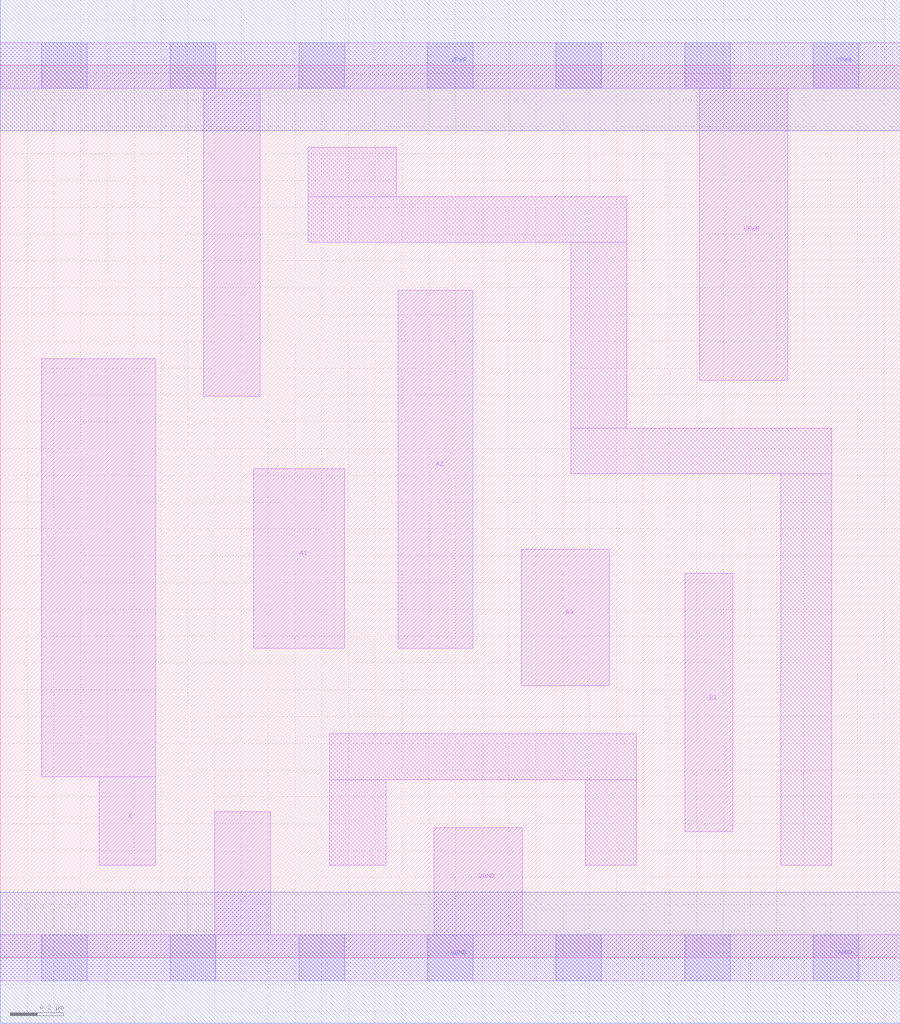
<source format=lef>
# Copyright 2020 The SkyWater PDK Authors
#
# Licensed under the Apache License, Version 2.0 (the "License");
# you may not use this file except in compliance with the License.
# You may obtain a copy of the License at
#
#     https://www.apache.org/licenses/LICENSE-2.0
#
# Unless required by applicable law or agreed to in writing, software
# distributed under the License is distributed on an "AS IS" BASIS,
# WITHOUT WARRANTIES OR CONDITIONS OF ANY KIND, either express or implied.
# See the License for the specific language governing permissions and
# limitations under the License.
#
# SPDX-License-Identifier: Apache-2.0

VERSION 5.7 ;
  NAMESCASESENSITIVE ON ;
  NOWIREEXTENSIONATPIN ON ;
  DIVIDERCHAR "/" ;
  BUSBITCHARS "[]" ;
UNITS
  DATABASE MICRONS 200 ;
END UNITS
MACRO sky130_fd_sc_lp__o31a_m
  CLASS CORE ;
  SOURCE USER ;
  FOREIGN sky130_fd_sc_lp__o31a_m ;
  ORIGIN  0.000000  0.000000 ;
  SIZE  3.360000 BY  3.330000 ;
  SYMMETRY X Y R90 ;
  SITE unit ;
  PIN A1
    ANTENNAGATEAREA  0.126000 ;
    DIRECTION INPUT ;
    USE SIGNAL ;
    PORT
      LAYER li1 ;
        RECT 0.945000 1.155000 1.285000 1.825000 ;
    END
  END A1
  PIN A2
    ANTENNAGATEAREA  0.126000 ;
    DIRECTION INPUT ;
    USE SIGNAL ;
    PORT
      LAYER li1 ;
        RECT 1.485000 1.155000 1.765000 2.490000 ;
    END
  END A2
  PIN A3
    ANTENNAGATEAREA  0.126000 ;
    DIRECTION INPUT ;
    USE SIGNAL ;
    PORT
      LAYER li1 ;
        RECT 1.945000 1.015000 2.275000 1.525000 ;
    END
  END A3
  PIN B1
    ANTENNAGATEAREA  0.126000 ;
    DIRECTION INPUT ;
    USE SIGNAL ;
    PORT
      LAYER li1 ;
        RECT 2.555000 0.470000 2.735000 1.435000 ;
    END
  END B1
  PIN X
    ANTENNADIFFAREA  0.222600 ;
    DIRECTION OUTPUT ;
    USE SIGNAL ;
    PORT
      LAYER li1 ;
        RECT 0.155000 0.675000 0.580000 2.235000 ;
        RECT 0.370000 0.345000 0.580000 0.675000 ;
    END
  END X
  PIN VGND
    DIRECTION INOUT ;
    USE GROUND ;
    PORT
      LAYER li1 ;
        RECT 0.000000 -0.085000 3.360000 0.085000 ;
        RECT 0.800000  0.085000 1.010000 0.545000 ;
        RECT 1.620000  0.085000 1.950000 0.485000 ;
      LAYER mcon ;
        RECT 0.155000 -0.085000 0.325000 0.085000 ;
        RECT 0.635000 -0.085000 0.805000 0.085000 ;
        RECT 1.115000 -0.085000 1.285000 0.085000 ;
        RECT 1.595000 -0.085000 1.765000 0.085000 ;
        RECT 2.075000 -0.085000 2.245000 0.085000 ;
        RECT 2.555000 -0.085000 2.725000 0.085000 ;
        RECT 3.035000 -0.085000 3.205000 0.085000 ;
      LAYER met1 ;
        RECT 0.000000 -0.245000 3.360000 0.245000 ;
    END
  END VGND
  PIN VPWR
    DIRECTION INOUT ;
    USE POWER ;
    PORT
      LAYER li1 ;
        RECT 0.000000 3.245000 3.360000 3.415000 ;
        RECT 0.760000 2.095000 0.970000 3.245000 ;
        RECT 2.610000 2.155000 2.940000 3.245000 ;
      LAYER mcon ;
        RECT 0.155000 3.245000 0.325000 3.415000 ;
        RECT 0.635000 3.245000 0.805000 3.415000 ;
        RECT 1.115000 3.245000 1.285000 3.415000 ;
        RECT 1.595000 3.245000 1.765000 3.415000 ;
        RECT 2.075000 3.245000 2.245000 3.415000 ;
        RECT 2.555000 3.245000 2.725000 3.415000 ;
        RECT 3.035000 3.245000 3.205000 3.415000 ;
      LAYER met1 ;
        RECT 0.000000 3.085000 3.360000 3.575000 ;
    END
  END VPWR
  OBS
    LAYER li1 ;
      RECT 1.150000 2.670000 2.340000 2.840000 ;
      RECT 1.150000 2.840000 1.480000 3.025000 ;
      RECT 1.230000 0.345000 1.440000 0.665000 ;
      RECT 1.230000 0.665000 2.375000 0.835000 ;
      RECT 2.130000 1.805000 3.105000 1.975000 ;
      RECT 2.130000 1.975000 2.340000 2.670000 ;
      RECT 2.185000 0.345000 2.375000 0.665000 ;
      RECT 2.915000 0.345000 3.105000 1.805000 ;
  END
END sky130_fd_sc_lp__o31a_m

</source>
